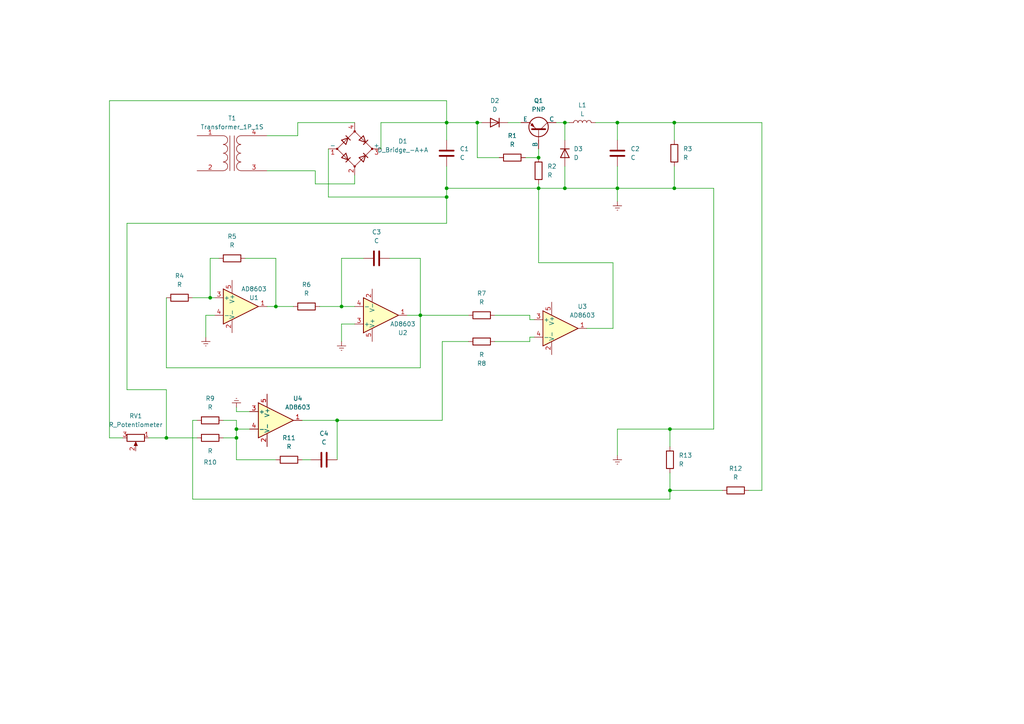
<source format=kicad_sch>
(kicad_sch (version 20230121) (generator eeschema)
  (paper "A4")
  (title_block (title "DC Stabilized Power Suply") (date "2024-01-17") (company "TUCN") (comment 1 "Ilea Cosmin"))
  (lib_symbols
    (symbol "Amplifier_Operational:AD8603" (pin_names (offset 0.127))
      (property "Reference" "U" (at 0 5.08 0))
      (property "Value" "AD8603" (at 0 -5.08 0))
      (symbol "AD8603_0_1"
        (polyline (pts (xy -5.08 5.08) (xy 5.08 0) (xy -5.08 -5.08) (xy -5.08 5.08)) (stroke (width 0.254)) (fill (type background)))
        (pin power_in line (at -2.54 -7.62 90) (length 3.81) (name "V-") (number "2"))
        (pin power_in line (at -2.54 7.62 270) (length 3.81) (name "V+") (number "5"))
      )
      (symbol "AD8603_1_1"
        (pin output line (at 7.62 0 180) (length 2.54) (name "~") (number "1"))
        (pin input line (at -7.62 2.54 0) (length 2.54) (name "+") (number "3"))
        (pin input line (at -7.62 -2.54 0) (length 2.54) (name "-") (number "4"))
      )
    )
    (symbol "Device:C" (pin_numbers hide) (pin_names (offset 0.254))
      (property "Reference" "C" (at 0.635 2.54 0))
      (property "Value" "C" (at 0.635 -2.54 0))
      (symbol "C_0_1"
        (polyline (pts (xy -2.032 -0.762) (xy 2.032 -0.762)) (stroke (width 0.508)))
        (polyline (pts (xy -2.032 0.762) (xy 2.032 0.762)) (stroke (width 0.508)))
      )
      (symbol "C_1_1"
        (pin passive line (at 0 3.81 270) (length 2.794) (name "~") (number "1"))
        (pin passive line (at 0 -3.81 90) (length 2.794) (name "~") (number "2"))
      )
    )
    (symbol "Device:D" (pin_numbers hide) (pin_names (offset 1.016) hide)
      (property "Reference" "D" (at 0 2.54 0))
      (property "Value" "D" (at 0 -2.54 0))
      (symbol "D_0_1"
        (polyline (pts (xy -1.27 1.27) (xy -1.27 -1.27)) (stroke (width 0.254)))
        (polyline (pts (xy 1.27 0) (xy -1.27 0)))
        (polyline (pts (xy 1.27 1.27) (xy 1.27 -1.27) (xy -1.27 0) (xy 1.27 1.27)) (stroke (width 0.254)))
      )
      (symbol "D_1_1"
        (pin passive line (at -3.81 0 0) (length 2.54) (name "K") (number "1"))
        (pin passive line (at 3.81 0 180) (length 2.54) (name "A") (number "2"))
      )
    )
    (symbol "Device:D_Bridge_-A+A" (pin_names (offset 0))
      (property "Reference" "D" (at 2.54 6.985 0))
      (property "Value" "D_Bridge_-A+A" (at 2.54 5.08 0))
      (symbol "D_Bridge_-A+A_0_1"
        (circle (center -5.08 0) (radius 0.254) (fill (type outline)))
        (circle (center 0 -5.08) (radius 0.254) (fill (type outline)))
        (polyline (pts (xy -2.54 3.81) (xy -1.27 2.54)) (stroke (width 0.254)))
        (polyline (pts (xy -1.27 -2.54) (xy -2.54 -3.81)) (stroke (width 0.254)))
        (polyline (pts (xy 2.54 -1.27) (xy 3.81 -2.54)) (stroke (width 0.254)))
        (polyline (pts (xy 2.54 1.27) (xy 3.81 2.54)) (stroke (width 0.254)))
        (polyline (pts (xy -3.81 2.54) (xy -2.54 1.27) (xy -1.905 3.175) (xy -3.81 2.54)) (stroke (width 0.254)))
        (polyline (pts (xy -2.54 -1.27) (xy -3.81 -2.54) (xy -1.905 -3.175) (xy -2.54 -1.27)) (stroke (width 0.254)))
        (polyline (pts (xy 1.27 2.54) (xy 2.54 3.81) (xy 3.175 1.905) (xy 1.27 2.54)) (stroke (width 0.254)))
        (polyline (pts (xy 3.175 -1.905) (xy 1.27 -2.54) (xy 2.54 -3.81) (xy 3.175 -1.905)) (stroke (width 0.254)))
        (polyline (pts (xy -5.08 0) (xy 0 -5.08) (xy 5.08 0) (xy 0 5.08) (xy -5.08 0)))
        (circle (center 0 5.08) (radius 0.254) (fill (type outline)))
        (circle (center 5.08 0) (radius 0.254) (fill (type outline)))
      )
      (symbol "D_Bridge_-A+A_1_1"
        (pin passive line (at -7.62 0 0) (length 2.54) (name "-") (number "1"))
        (pin passive line (at 0 -7.62 90) (length 2.54) (name "~") (number "2"))
        (pin passive line (at 7.62 0 180) (length 2.54) (name "+") (number "3"))
        (pin passive line (at 0 7.62 270) (length 2.54) (name "~") (number "4"))
      )
    )
    (symbol "Device:L" (pin_numbers hide) (pin_names (offset 1.016) hide)
      (property "Reference" "L" (at -1.27 0 90))
      (property "Value" "L" (at 1.905 0 90))
      (symbol "L_0_1"
        (arc (start 0 -2.54) (mid 0.6323 -1.905) (end 0 -1.27))
        (arc (start 0 -1.27) (mid 0.6323 -0.635) (end 0 0))
        (arc (start 0 0) (mid 0.6323 0.635) (end 0 1.27))
        (arc (start 0 1.27) (mid 0.6323 1.905) (end 0 2.54))
      )
      (symbol "L_1_1"
        (pin passive line (at 0 3.81 270) (length 1.27) (name "1") (number "1"))
        (pin passive line (at 0 -3.81 90) (length 1.27) (name "2") (number "2"))
      )
    )
    (symbol "Device:R" (pin_numbers hide) (pin_names (offset 0))
      (property "Reference" "R" (at 2.032 0 90))
      (property "Value" "R" (at 0 0 90))
      (symbol "R_0_1"
        (rectangle (start -1.016 -2.54) (end 1.016 2.54) (stroke (width 0.254)))
      )
      (symbol "R_1_1"
        (pin passive line (at 0 3.81 270) (length 1.27) (name "~") (number "1"))
        (pin passive line (at 0 -3.81 90) (length 1.27) (name "~") (number "2"))
      )
    )
    (symbol "Device:R_Potentiometer" (pin_names (offset 1.016) hide)
      (property "Reference" "RV" (at -4.445 0 90))
      (property "Value" "R_Potentiometer" (at -2.54 0 90))
      (symbol "R_Potentiometer_0_1"
        (polyline (pts (xy 2.54 0) (xy 1.524 0)))
        (polyline (pts (xy 1.143 0) (xy 2.286 0.508) (xy 2.286 -0.508) (xy 1.143 0)) (fill (type outline)))
        (rectangle (start 1.016 2.54) (end -1.016 -2.54) (stroke (width 0.254)))
      )
      (symbol "R_Potentiometer_1_1"
        (pin passive line (at 0 3.81 270) (length 1.27) (name "1") (number "1"))
        (pin passive line (at 3.81 0 180) (length 1.27) (name "2") (number "2"))
        (pin passive line (at 0 -3.81 90) (length 1.27) (name "3") (number "3"))
      )
    )
    (symbol "Device:Transformer_1P_1S" (pin_names (offset 1.016) hide)
      (property "Reference" "T" (at 0 6.35 0))
      (property "Value" "Transformer_1P_1S" (at 0 -7.62 0))
      (symbol "Transformer_1P_1S_0_1"
        (arc (start -2.54 -5.0546) (mid -1.6599 -4.6901) (end -1.27 -3.81))
        (arc (start -2.54 -2.5146) (mid -1.6599 -2.1501) (end -1.27 -1.27))
        (arc (start -2.54 0.0254) (mid -1.6599 0.3899) (end -1.27 1.27))
        (arc (start -2.54 2.5654) (mid -1.6599 2.9299) (end -1.27 3.81))
        (arc (start -1.27 -3.81) (mid -1.642 -2.912) (end -2.54 -2.54))
        (arc (start -1.27 -1.27) (mid -1.642 -0.372) (end -2.54 0))
        (arc (start -1.27 1.27) (mid -1.642 2.168) (end -2.54 2.54))
        (arc (start -1.27 3.81) (mid -1.642 4.708) (end -2.54 5.08))
        (polyline (pts (xy -0.635 5.08) (xy -0.635 -5.08)))
        (polyline (pts (xy 0.635 -5.08) (xy 0.635 5.08)))
        (arc (start 1.2954 -1.27) (mid 1.6599 -2.1501) (end 2.54 -2.5146))
        (arc (start 1.2954 1.27) (mid 1.6599 0.3899) (end 2.54 0.0254))
        (arc (start 1.2954 3.81) (mid 1.6599 2.9299) (end 2.54 2.5654))
        (arc (start 1.3208 -3.81) (mid 1.6853 -4.6901) (end 2.5654 -5.0546))
        (arc (start 2.54 0) (mid 1.642 -0.372) (end 1.2954 -1.27))
        (arc (start 2.54 2.54) (mid 1.642 2.168) (end 1.2954 1.27))
        (arc (start 2.54 5.08) (mid 1.642 4.708) (end 1.2954 3.81))
        (arc (start 2.5654 -2.54) (mid 1.6674 -2.912) (end 1.3208 -3.81))
      )
      (symbol "Transformer_1P_1S_1_1"
        (pin passive line (at -10.16 5.08 0) (length 7.62) (name "AA") (number "1"))
        (pin passive line (at -10.16 -5.08 0) (length 7.62) (name "AB") (number "2"))
        (pin passive line (at 10.16 -5.08 180) (length 7.62) (name "SA") (number "3"))
        (pin passive line (at 10.16 5.08 180) (length 7.62) (name "SB") (number "4"))
      )
    )
    (symbol "Simulation_SPICE:PNP" (pin_numbers hide) (pin_names (offset 0))
      (property "Reference" "Q" (at -2.54 7.62 0))
      (property "Value" "PNP" (at -2.54 5.08 0))
      (symbol "PNP_0_1"
        (polyline (pts (xy -2.54 0) (xy 0.635 0)) (stroke (width 0.1524)))
        (polyline (pts (xy 0.635 0.635) (xy 2.54 2.54)))
        (polyline (pts (xy 0.635 -0.635) (xy 2.54 -2.54) (xy 2.54 -2.54)))
        (polyline (pts (xy 0.635 1.905) (xy 0.635 -1.905) (xy 0.635 -1.905)) (stroke (width 0.508)))
        (polyline (pts (xy 2.286 -1.778) (xy 1.778 -2.286) (xy 1.27 -1.27) (xy 2.286 -1.778) (xy 2.286 -1.778)) (fill (type outline)))
        (circle (center 1.27 0) (radius 2.8194) (stroke (width 0.254)))
      )
      (symbol "PNP_1_1"
        (pin open_collector line (at 2.54 5.08 270) (length 2.54) (name "C") (number "1"))
        (pin input line (at -5.08 0 0) (length 2.54) (name "B") (number "2"))
        (pin open_emitter line (at 2.54 -5.08 90) (length 2.54) (name "E") (number "3"))
      )
    )
    (symbol "power:GNDREF" (power) (pin_names (offset 0))
      (property "Value" "GNDREF" (at 0 -3.81 0))
      (symbol "GNDREF_0_1"
        (polyline (pts (xy -0.635 -1.905) (xy 0.635 -1.905)))
        (polyline (pts (xy -0.127 -2.54) (xy 0.127 -2.54)))
        (polyline (pts (xy 0 -1.27) (xy 0 0)))
        (polyline (pts (xy 1.27 -1.27) (xy -1.27 -1.27)))
      )
      (symbol "GNDREF_1_1"
        (pin power_in line (at 0 0 270) (length 0) hide (name "GNDREF") (number "1"))
      )
    )
  )
  (junction (at 179.07 35.56))
  (junction (at 129.54 57.15))
  (junction (at 179.07 54.61))
  (junction (at 195.58 54.61))
  (junction (at 194.31 124.46))
  (junction (at 156.21 45.72))
  (junction (at 68.58 124.46))
  (junction (at 194.31 142.24))
  (junction (at 195.58 35.56))
  (junction (at 60.96 86.36))
  (junction (at 163.83 35.56))
  (junction (at 129.54 54.61))
  (junction (at 48.26 127))
  (junction (at 121.92 91.44))
  (junction (at 68.58 127))
  (junction (at 80.01 88.9))
  (junction (at 138.43 35.56))
  (junction (at 163.83 54.61))
  (junction (at 129.54 35.56))
  (junction (at 99.06 88.9))
  (junction (at 156.21 54.61))
  (junction (at 97.79 121.92))
  (wire (pts (xy 143.51 99.06) (xy 153.67 99.06)))
  (wire (pts (xy 36.83 113.03) (xy 48.26 113.03)))
  (wire (pts (xy 43.18 127) (xy 48.26 127)))
  (wire (pts (xy 48.26 113.03) (xy 48.26 127)))
  (wire (pts (xy 95.25 43.18) (xy 95.25 57.15)))
  (wire (pts (xy 153.67 92.71) (xy 153.67 91.44)))
  (wire (pts (xy 86.36 35.56) (xy 102.87 35.56)))
  (wire (pts (xy 207.01 54.61) (xy 195.58 54.61)))
  (wire (pts (xy 95.25 57.15) (xy 129.54 57.15)))
  (wire (pts (xy 129.54 57.15) (xy 129.54 64.77)))
  (wire (pts (xy 59.69 97.79) (xy 59.69 91.44)))
  (wire (pts (xy 77.47 49.53) (xy 91.44 49.53)))
  (wire (pts (xy 172.72 35.56) (xy 179.07 35.56)))
  (wire (pts (xy 129.54 29.21) (xy 129.54 35.56)))
  (wire (pts (xy 55.88 86.36) (xy 60.96 86.36)))
  (wire (pts (xy 152.4 45.72) (xy 156.21 45.72)))
  (wire (pts (xy 80.01 74.93) (xy 80.01 88.9)))
  (wire (pts (xy 60.96 86.36) (xy 62.23 86.36)))
  (wire (pts (xy 92.71 88.9) (xy 99.06 88.9)))
  (wire (pts (xy 55.88 121.92) (xy 55.88 144.78)))
  (wire (pts (xy 118.11 91.44) (xy 121.92 91.44)))
  (wire (pts (xy 121.92 74.93) (xy 121.92 91.44)))
  (wire (pts (xy 153.67 97.79) (xy 153.67 99.06)))
  (wire (pts (xy 68.58 124.46) (xy 68.58 121.92)))
  (wire (pts (xy 102.87 53.34) (xy 102.87 50.8)))
  (wire (pts (xy 68.58 127) (xy 68.58 133.35)))
  (wire (pts (xy 156.21 43.18) (xy 156.21 45.72)))
  (wire (pts (xy 195.58 35.56) (xy 195.58 40.64)))
  (wire (pts (xy 179.07 35.56) (xy 179.07 40.64)))
  (wire (pts (xy 195.58 54.61) (xy 195.58 48.26)))
  (wire (pts (xy 77.47 88.9) (xy 80.01 88.9)))
  (wire (pts (xy 138.43 35.56) (xy 138.43 45.72)))
  (wire (pts (xy 97.79 121.92) (xy 128.27 121.92)))
  (wire (pts (xy 80.01 133.35) (xy 68.58 133.35)))
  (wire (pts (xy 128.27 99.06) (xy 135.89 99.06)))
  (wire (pts (xy 177.8 76.2) (xy 156.21 76.2)))
  (wire (pts (xy 71.12 74.93) (xy 80.01 74.93)))
  (wire (pts (xy 163.83 35.56) (xy 165.1 35.56)))
  (wire (pts (xy 179.07 54.61) (xy 179.07 48.26)))
  (wire (pts (xy 55.88 121.92) (xy 57.15 121.92)))
  (wire (pts (xy 31.75 127) (xy 31.75 29.21)))
  (wire (pts (xy 97.79 121.92) (xy 97.79 133.35)))
  (wire (pts (xy 87.63 133.35) (xy 90.17 133.35)))
  (wire (pts (xy 156.21 53.34) (xy 156.21 54.61)))
  (wire (pts (xy 128.27 121.92) (xy 128.27 99.06)))
  (wire (pts (xy 194.31 124.46) (xy 207.01 124.46)))
  (wire (pts (xy 179.07 124.46) (xy 179.07 132.08)))
  (wire (pts (xy 59.69 91.44) (xy 62.23 91.44)))
  (wire (pts (xy 129.54 35.56) (xy 138.43 35.56)))
  (wire (pts (xy 64.77 121.92) (xy 68.58 121.92)))
  (wire (pts (xy 179.07 54.61) (xy 195.58 54.61)))
  (wire (pts (xy 129.54 54.61) (xy 129.54 57.15)))
  (wire (pts (xy 129.54 48.26) (xy 129.54 54.61)))
  (wire (pts (xy 194.31 137.16) (xy 194.31 142.24)))
  (wire (pts (xy 153.67 97.79) (xy 154.94 97.79)))
  (wire (pts (xy 207.01 124.46) (xy 207.01 54.61)))
  (wire (pts (xy 220.98 142.24) (xy 220.98 35.56)))
  (wire (pts (xy 72.39 124.46) (xy 68.58 124.46)))
  (wire (pts (xy 48.26 106.68) (xy 121.92 106.68)))
  (wire (pts (xy 91.44 53.34) (xy 102.87 53.34)))
  (wire (pts (xy 113.03 74.93) (xy 121.92 74.93)))
  (wire (pts (xy 48.26 86.36) (xy 48.26 106.68)))
  (wire (pts (xy 63.5 74.93) (xy 60.96 74.93)))
  (wire (pts (xy 129.54 54.61) (xy 156.21 54.61)))
  (wire (pts (xy 86.36 39.37) (xy 86.36 35.56)))
  (wire (pts (xy 36.83 64.77) (xy 129.54 64.77)))
  (wire (pts (xy 68.58 119.38) (xy 72.39 119.38)))
  (wire (pts (xy 121.92 91.44) (xy 135.89 91.44)))
  (wire (pts (xy 144.78 45.72) (xy 138.43 45.72)))
  (wire (pts (xy 91.44 49.53) (xy 91.44 53.34)))
  (wire (pts (xy 163.83 54.61) (xy 179.07 54.61)))
  (wire (pts (xy 99.06 88.9) (xy 102.87 88.9)))
  (wire (pts (xy 87.63 121.92) (xy 97.79 121.92)))
  (wire (pts (xy 163.83 35.56) (xy 163.83 40.64)))
  (wire (pts (xy 161.29 35.56) (xy 163.83 35.56)))
  (wire (pts (xy 153.67 92.71) (xy 154.94 92.71)))
  (wire (pts (xy 31.75 29.21) (xy 129.54 29.21)))
  (wire (pts (xy 153.67 91.44) (xy 143.51 91.44)))
  (wire (pts (xy 129.54 35.56) (xy 129.54 40.64)))
  (wire (pts (xy 68.58 118.11) (xy 68.58 119.38)))
  (wire (pts (xy 77.47 39.37) (xy 86.36 39.37)))
  (wire (pts (xy 156.21 54.61) (xy 163.83 54.61)))
  (wire (pts (xy 217.17 142.24) (xy 220.98 142.24)))
  (wire (pts (xy 179.07 58.42) (xy 179.07 54.61)))
  (wire (pts (xy 121.92 91.44) (xy 121.92 106.68)))
  (wire (pts (xy 194.31 129.54) (xy 194.31 124.46)))
  (wire (pts (xy 110.49 43.18) (xy 110.49 35.56)))
  (wire (pts (xy 99.06 74.93) (xy 105.41 74.93)))
  (wire (pts (xy 31.75 127) (xy 35.56 127)))
  (wire (pts (xy 64.77 127) (xy 68.58 127)))
  (wire (pts (xy 68.58 127) (xy 68.58 124.46)))
  (wire (pts (xy 156.21 76.2) (xy 156.21 54.61)))
  (wire (pts (xy 99.06 88.9) (xy 99.06 74.93)))
  (wire (pts (xy 99.06 99.06) (xy 99.06 93.98)))
  (wire (pts (xy 163.83 48.26) (xy 163.83 54.61)))
  (wire (pts (xy 110.49 35.56) (xy 129.54 35.56)))
  (wire (pts (xy 80.01 88.9) (xy 85.09 88.9)))
  (wire (pts (xy 170.18 95.25) (xy 177.8 95.25)))
  (wire (pts (xy 179.07 35.56) (xy 195.58 35.56)))
  (wire (pts (xy 99.06 93.98) (xy 102.87 93.98)))
  (wire (pts (xy 194.31 144.78) (xy 55.88 144.78)))
  (wire (pts (xy 220.98 35.56) (xy 195.58 35.56)))
  (wire (pts (xy 194.31 144.78) (xy 194.31 142.24)))
  (wire (pts (xy 209.55 142.24) (xy 194.31 142.24)))
  (wire (pts (xy 177.8 95.25) (xy 177.8 76.2)))
  (wire (pts (xy 147.32 35.56) (xy 151.13 35.56)))
  (wire (pts (xy 60.96 74.93) (xy 60.96 86.36)))
  (wire (pts (xy 48.26 127) (xy 57.15 127)))
  (wire (pts (xy 179.07 124.46) (xy 194.31 124.46)))
  (wire (pts (xy 36.83 64.77) (xy 36.83 113.03)))
  (wire (pts (xy 138.43 35.56) (xy 139.7 35.56)))
  (symbol (lib_id "Device:R") (at 194.31 133.35 180) (unit 1)
    (property "Reference" "R13" (at 196.85 132.08 0) (effects (justify right)))
    (property "Value" "R" (at 196.85 134.62 0) (effects (justify right)))
  )
  (symbol (lib_id "Device:R") (at 195.58 44.45 0) (unit 1)
    (property "Reference" "R3" (at 198.12 43.18 0) (effects (justify left)))
    (property "Value" "R" (at 198.12 45.72 0) (effects (justify left)))
  )
  (symbol (lib_id "Device:R") (at 156.21 49.53 0) (unit 1)
    (property "Reference" "R2" (at 158.75 48.26 0) (effects (justify left)))
    (property "Value" "R" (at 158.75 50.8 0) (effects (justify left)))
  )
  (symbol (lib_id "Device:D_Bridge_-A+A") (at 102.87 43.18 0) (unit 1)
    (property "Reference" "D1" (at 116.84 40.9641 0))
    (property "Value" "D_Bridge_-A+A" (at 116.84 43.5041 0))
  )
  (symbol (lib_id "Amplifier_Operational:AD8603") (at 110.49 91.44 0) (mirror x) (unit 1)
    (property "Reference" "U2" (at 116.84 96.52 0))
    (property "Value" "AD8603" (at 116.84 93.98 0))
    (property "Footprint" "Package_TO_SOT_SMD:TSOT-23-5" (effects hide))
    (property "Datasheet" "https://www.analog.com/media/en/technical-documentation/data-sheets/AD8603_8607_8609.pdf" (effects hide))
  )
  (symbol (lib_id "Device:Transformer_1P_1S") (at 67.31 44.45 0) (unit 1)
    (property "Reference" "T1" (at 67.3227 34.29 0))
    (property "Value" "Transformer_1P_1S" (at 67.3227 36.83 0))
  )
  (symbol (lib_id "Amplifier_Operational:AD8603") (at 80.01 121.92 0) (unit 1)
    (property "Reference" "U4" (at 86.36 115.57 0))
    (property "Value" "AD8603" (at 86.36 118.11 0))
    (property "Footprint" "Package_TO_SOT_SMD:TSOT-23-5" (effects hide))
    (property "Datasheet" "https://www.analog.com/media/en/technical-documentation/data-sheets/AD8603_8607_8609.pdf" (effects hide))
  )
  (symbol (lib_id "Device:R") (at 88.9 88.9 90) (unit 1)
    (property "Reference" "R6" (at 88.9 82.55 90))
    (property "Value" "R" (at 88.9 85.09 90))
  )
  (symbol (lib_id "Device:C") (at 129.54 44.45 0) (unit 1)
    (property "Reference" "C1" (at 133.35 43.18 0) (effects (justify left)))
    (property "Value" "C" (at 133.35 45.72 0) (effects (justify left)))
  )
  (symbol (lib_id "Device:R_Potentiometer") (at 39.37 127 270) (unit 1)
    (property "Reference" "RV1" (at 39.37 120.65 90))
    (property "Value" "R_Potentiometer" (at 39.37 123.19 90))
  )
  (symbol (lib_id "power:GNDREF") (at 59.69 97.79 0) (unit 1)
    (property "Reference" "#PWR01" (effects hide))
    (property "Value" "GNDREF" (effects hide))
  )
  (symbol (lib_id "power:GNDREF") (at 99.06 99.06 0) (unit 1)
    (property "Reference" "#PWR02" (effects hide))
    (property "Value" "GNDREF" (effects hide))
  )
  (symbol (lib_id "Device:C") (at 93.98 133.35 90) (unit 1)
    (property "Reference" "C4" (at 93.98 125.73 90))
    (property "Value" "C" (at 93.98 128.27 90))
  )
  (symbol (lib_id "Device:R") (at 139.7 99.06 90) (mirror x) (unit 1)
    (property "Reference" "R8" (at 139.7 105.41 90))
    (property "Value" "R" (at 139.7 102.87 90))
  )
  (symbol (lib_id "Simulation_SPICE:PNP") (at 156.21 38.1 270) (mirror x) (unit 1)
    (property "Reference" "Q1" (at 156.21 29.21 90))
    (property "Value" "PNP" (at 156.21 31.75 90))
    (property "Sim.Device" "PNP" (effects hide))
    (property "Sim.Type" "GUMMELPOON" (effects hide))
    (property "Sim.Pins" "1=C 2=B 3=E" (effects hide))
  )
  (symbol (lib_id "Device:R") (at 60.96 121.92 90) (unit 1)
    (property "Reference" "R9" (at 60.96 115.57 90))
    (property "Value" "R" (at 60.96 118.11 90))
  )
  (symbol (lib_id "power:GNDREF") (at 68.58 118.11 180) (unit 1)
    (property "Reference" "#PWR05" (effects hide))
    (property "Value" "GNDREF" (effects hide))
  )
  (symbol (lib_id "Device:R") (at 139.7 91.44 90) (unit 1)
    (property "Reference" "R7" (at 139.7 85.09 90))
    (property "Value" "R" (at 139.7 87.63 90))
  )
  (symbol (lib_id "Device:C") (at 109.22 74.93 270) (unit 1)
    (property "Reference" "C3" (at 109.22 67.31 90))
    (property "Value" "C" (at 109.22 69.85 90))
  )
  (symbol (lib_id "Device:L") (at 168.91 35.56 90) (unit 1)
    (property "Reference" "L1" (at 168.91 30.48 90))
    (property "Value" "L" (at 168.91 33.02 90))
  )
  (symbol (lib_id "Amplifier_Operational:AD8603") (at 162.56 95.25 0) (unit 1)
    (property "Reference" "U3" (at 168.91 88.9 0))
    (property "Value" "AD8603" (at 168.91 91.44 0))
    (property "Footprint" "Package_TO_SOT_SMD:TSOT-23-5" (effects hide))
    (property "Datasheet" "https://www.analog.com/media/en/technical-documentation/data-sheets/AD8603_8607_8609.pdf" (effects hide))
  )
  (symbol (lib_id "power:GNDREF") (at 179.07 58.42 0) (unit 1)
    (property "Reference" "#PWR04" (effects hide))
    (property "Value" "GNDREF" (effects hide))
  )
  (symbol (lib_id "Device:R") (at 60.96 127 90) (mirror x) (unit 1)
    (property "Reference" "R10" (at 60.96 133.35 90) (effects (justify top)))
    (property "Value" "R" (at 60.96 130.81 90))
  )
  (symbol (lib_id "Device:R") (at 83.82 133.35 90) (unit 1)
    (property "Reference" "R11" (at 83.82 127 90))
    (property "Value" "R" (at 83.82 129.54 90))
  )
  (symbol (lib_id "Device:R") (at 148.59 45.72 90) (unit 1)
    (property "Reference" "R1" (at 148.59 39.37 90))
    (property "Value" "R" (at 148.59 41.91 90))
  )
  (symbol (lib_id "Device:D") (at 163.83 44.45 270) (unit 1)
    (property "Reference" "D3" (at 166.37 43.18 90) (effects (justify left)))
    (property "Value" "D" (at 166.37 45.72 90) (effects (justify left)))
    (property "Sim.Device" "D" (effects hide))
    (property "Sim.Pins" "1=K 2=A" (effects hide))
  )
  (symbol (lib_id "power:GNDREF") (at 179.07 132.08 0) (unit 1)
    (property "Reference" "#PWR03" (effects hide))
    (property "Value" "GNDREF" (effects hide))
  )
  (symbol (lib_id "Amplifier_Operational:AD8603") (at 69.85 88.9 0) (unit 1)
    (property "Reference" "U1" (at 73.66 86.36 0))
    (property "Value" "AD8603" (at 73.66 83.82 0))
    (property "Footprint" "Package_TO_SOT_SMD:TSOT-23-5" (effects hide))
    (property "Datasheet" "https://www.analog.com/media/en/technical-documentation/data-sheets/AD8603_8607_8609.pdf" (effects hide))
  )
  (symbol (lib_id "Device:D") (at 143.51 35.56 180) (unit 1)
    (property "Reference" "D2" (at 143.51 29.21 0))
    (property "Value" "D" (at 143.51 31.75 0))
    (property "Sim.Device" "D" (effects hide))
    (property "Sim.Pins" "1=K 2=A" (effects hide))
  )
  (symbol (lib_id "Device:R") (at 213.36 142.24 90) (unit 1)
    (property "Reference" "R12" (at 213.36 135.89 90))
    (property "Value" "R" (at 213.36 138.43 90))
  )
  (symbol (lib_id "Device:R") (at 52.07 86.36 90) (unit 1)
    (property "Reference" "R4" (at 52.07 80.01 90))
    (property "Value" "R" (at 52.07 82.55 90))
  )
  (symbol (lib_id "Device:C") (at 179.07 44.45 0) (unit 1)
    (property "Reference" "C2" (at 182.88 43.18 0) (effects (justify left)))
    (property "Value" "C" (at 182.88 45.72 0) (effects (justify left)))
  )
  (symbol (lib_id "Device:R") (at 67.31 74.93 90) (unit 1)
    (property "Reference" "R5" (at 67.31 68.58 90))
    (property "Value" "R" (at 67.31 71.12 90))
  )
)
</source>
